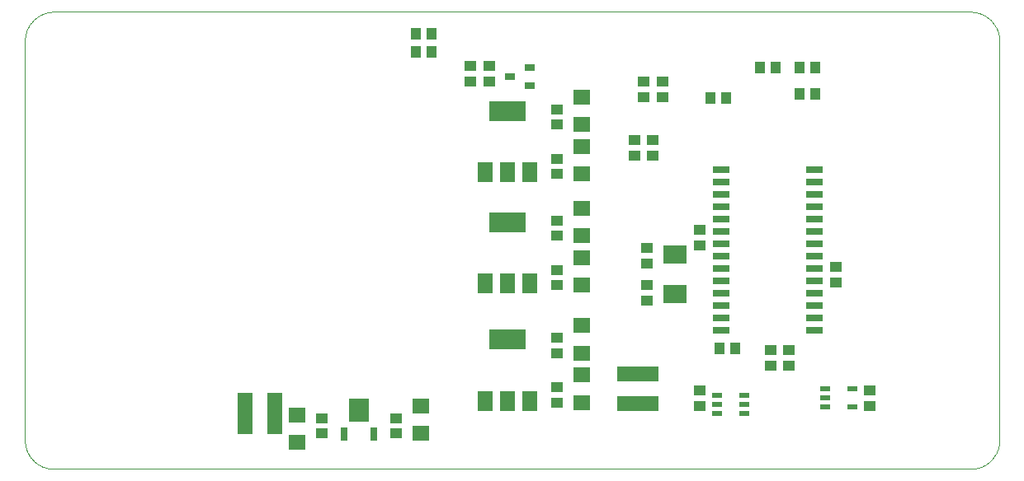
<source format=gtp>
G75*
%MOIN*%
%OFA0B0*%
%FSLAX25Y25*%
%IPPOS*%
%LPD*%
%AMOC8*
5,1,8,0,0,1.08239X$1,22.5*
%
%ADD10C,0.00394*%
%ADD11R,0.05118X0.04331*%
%ADD12R,0.04331X0.05118*%
%ADD13R,0.09449X0.07480*%
%ADD14R,0.04331X0.02362*%
%ADD15R,0.06693X0.02559*%
%ADD16R,0.03937X0.03150*%
%ADD17R,0.07874X0.09646*%
%ADD18R,0.03150X0.05512*%
%ADD19R,0.05906X0.07874*%
%ADD20R,0.14961X0.07874*%
%ADD21R,0.06299X0.16535*%
%ADD22R,0.16535X0.06299*%
%ADD23R,0.07087X0.06299*%
D10*
X0034249Y0022713D02*
X0404327Y0022713D01*
X0404612Y0022716D01*
X0404898Y0022727D01*
X0405183Y0022744D01*
X0405467Y0022768D01*
X0405751Y0022799D01*
X0406034Y0022837D01*
X0406315Y0022882D01*
X0406596Y0022933D01*
X0406876Y0022991D01*
X0407154Y0023056D01*
X0407430Y0023128D01*
X0407704Y0023206D01*
X0407977Y0023291D01*
X0408247Y0023383D01*
X0408515Y0023481D01*
X0408781Y0023585D01*
X0409044Y0023696D01*
X0409304Y0023813D01*
X0409562Y0023936D01*
X0409816Y0024066D01*
X0410067Y0024202D01*
X0410315Y0024343D01*
X0410559Y0024491D01*
X0410800Y0024644D01*
X0411036Y0024804D01*
X0411269Y0024969D01*
X0411498Y0025139D01*
X0411723Y0025315D01*
X0411943Y0025497D01*
X0412159Y0025683D01*
X0412370Y0025875D01*
X0412577Y0026072D01*
X0412779Y0026274D01*
X0412976Y0026481D01*
X0413168Y0026692D01*
X0413354Y0026908D01*
X0413536Y0027128D01*
X0413712Y0027353D01*
X0413882Y0027582D01*
X0414047Y0027815D01*
X0414207Y0028051D01*
X0414360Y0028292D01*
X0414508Y0028536D01*
X0414649Y0028784D01*
X0414785Y0029035D01*
X0414915Y0029289D01*
X0415038Y0029547D01*
X0415155Y0029807D01*
X0415266Y0030070D01*
X0415370Y0030336D01*
X0415468Y0030604D01*
X0415560Y0030874D01*
X0415645Y0031147D01*
X0415723Y0031421D01*
X0415795Y0031697D01*
X0415860Y0031975D01*
X0415918Y0032255D01*
X0415969Y0032536D01*
X0416014Y0032817D01*
X0416052Y0033100D01*
X0416083Y0033384D01*
X0416107Y0033668D01*
X0416124Y0033953D01*
X0416135Y0034239D01*
X0416138Y0034524D01*
X0416138Y0195941D01*
X0416135Y0196226D01*
X0416124Y0196512D01*
X0416107Y0196797D01*
X0416083Y0197081D01*
X0416052Y0197365D01*
X0416014Y0197648D01*
X0415969Y0197929D01*
X0415918Y0198210D01*
X0415860Y0198490D01*
X0415795Y0198768D01*
X0415723Y0199044D01*
X0415645Y0199318D01*
X0415560Y0199591D01*
X0415468Y0199861D01*
X0415370Y0200129D01*
X0415266Y0200395D01*
X0415155Y0200658D01*
X0415038Y0200918D01*
X0414915Y0201176D01*
X0414785Y0201430D01*
X0414649Y0201681D01*
X0414508Y0201929D01*
X0414360Y0202173D01*
X0414207Y0202414D01*
X0414047Y0202650D01*
X0413882Y0202883D01*
X0413712Y0203112D01*
X0413536Y0203337D01*
X0413354Y0203557D01*
X0413168Y0203773D01*
X0412976Y0203984D01*
X0412779Y0204191D01*
X0412577Y0204393D01*
X0412370Y0204590D01*
X0412159Y0204782D01*
X0411943Y0204968D01*
X0411723Y0205150D01*
X0411498Y0205326D01*
X0411269Y0205496D01*
X0411036Y0205661D01*
X0410800Y0205821D01*
X0410559Y0205974D01*
X0410315Y0206122D01*
X0410067Y0206263D01*
X0409816Y0206399D01*
X0409562Y0206529D01*
X0409304Y0206652D01*
X0409044Y0206769D01*
X0408781Y0206880D01*
X0408515Y0206984D01*
X0408247Y0207082D01*
X0407977Y0207174D01*
X0407704Y0207259D01*
X0407430Y0207337D01*
X0407154Y0207409D01*
X0406876Y0207474D01*
X0406596Y0207532D01*
X0406315Y0207583D01*
X0406034Y0207628D01*
X0405751Y0207666D01*
X0405467Y0207697D01*
X0405183Y0207721D01*
X0404898Y0207738D01*
X0404612Y0207749D01*
X0404327Y0207752D01*
X0034249Y0207752D01*
X0033964Y0207749D01*
X0033678Y0207738D01*
X0033393Y0207721D01*
X0033109Y0207697D01*
X0032825Y0207666D01*
X0032542Y0207628D01*
X0032261Y0207583D01*
X0031980Y0207532D01*
X0031700Y0207474D01*
X0031422Y0207409D01*
X0031146Y0207337D01*
X0030872Y0207259D01*
X0030599Y0207174D01*
X0030329Y0207082D01*
X0030061Y0206984D01*
X0029795Y0206880D01*
X0029532Y0206769D01*
X0029272Y0206652D01*
X0029014Y0206529D01*
X0028760Y0206399D01*
X0028509Y0206263D01*
X0028261Y0206122D01*
X0028017Y0205974D01*
X0027776Y0205821D01*
X0027540Y0205661D01*
X0027307Y0205496D01*
X0027078Y0205326D01*
X0026853Y0205150D01*
X0026633Y0204968D01*
X0026417Y0204782D01*
X0026206Y0204590D01*
X0025999Y0204393D01*
X0025797Y0204191D01*
X0025600Y0203984D01*
X0025408Y0203773D01*
X0025222Y0203557D01*
X0025040Y0203337D01*
X0024864Y0203112D01*
X0024694Y0202883D01*
X0024529Y0202650D01*
X0024369Y0202414D01*
X0024216Y0202173D01*
X0024068Y0201929D01*
X0023927Y0201681D01*
X0023791Y0201430D01*
X0023661Y0201176D01*
X0023538Y0200918D01*
X0023421Y0200658D01*
X0023310Y0200395D01*
X0023206Y0200129D01*
X0023108Y0199861D01*
X0023016Y0199591D01*
X0022931Y0199318D01*
X0022853Y0199044D01*
X0022781Y0198768D01*
X0022716Y0198490D01*
X0022658Y0198210D01*
X0022607Y0197929D01*
X0022562Y0197648D01*
X0022524Y0197365D01*
X0022493Y0197081D01*
X0022469Y0196797D01*
X0022452Y0196512D01*
X0022441Y0196226D01*
X0022438Y0195941D01*
X0022438Y0034524D01*
X0022441Y0034239D01*
X0022452Y0033953D01*
X0022469Y0033668D01*
X0022493Y0033384D01*
X0022524Y0033100D01*
X0022562Y0032817D01*
X0022607Y0032536D01*
X0022658Y0032255D01*
X0022716Y0031975D01*
X0022781Y0031697D01*
X0022853Y0031421D01*
X0022931Y0031147D01*
X0023016Y0030874D01*
X0023108Y0030604D01*
X0023206Y0030336D01*
X0023310Y0030070D01*
X0023421Y0029807D01*
X0023538Y0029547D01*
X0023661Y0029289D01*
X0023791Y0029035D01*
X0023927Y0028784D01*
X0024068Y0028536D01*
X0024216Y0028292D01*
X0024369Y0028051D01*
X0024529Y0027815D01*
X0024694Y0027582D01*
X0024864Y0027353D01*
X0025040Y0027128D01*
X0025222Y0026908D01*
X0025408Y0026692D01*
X0025600Y0026481D01*
X0025797Y0026274D01*
X0025999Y0026072D01*
X0026206Y0025875D01*
X0026417Y0025683D01*
X0026633Y0025497D01*
X0026853Y0025315D01*
X0027078Y0025139D01*
X0027307Y0024969D01*
X0027540Y0024804D01*
X0027776Y0024644D01*
X0028017Y0024491D01*
X0028261Y0024343D01*
X0028509Y0024202D01*
X0028760Y0024066D01*
X0029014Y0023936D01*
X0029272Y0023813D01*
X0029532Y0023696D01*
X0029795Y0023585D01*
X0030061Y0023481D01*
X0030329Y0023383D01*
X0030599Y0023291D01*
X0030872Y0023206D01*
X0031146Y0023128D01*
X0031422Y0023056D01*
X0031700Y0022991D01*
X0031980Y0022933D01*
X0032261Y0022882D01*
X0032542Y0022837D01*
X0032825Y0022799D01*
X0033109Y0022768D01*
X0033393Y0022744D01*
X0033678Y0022727D01*
X0033964Y0022716D01*
X0034249Y0022713D01*
D11*
X0142438Y0037063D03*
X0142438Y0043362D03*
X0172438Y0043362D03*
X0172438Y0037063D03*
X0237438Y0049563D03*
X0237438Y0055862D03*
X0237438Y0069563D03*
X0237438Y0075862D03*
X0273688Y0090813D03*
X0273688Y0097112D03*
X0273688Y0105813D03*
X0273688Y0112112D03*
X0294938Y0113313D03*
X0294938Y0119612D03*
X0349938Y0104612D03*
X0349938Y0098313D03*
X0331188Y0070862D03*
X0323688Y0070862D03*
X0323688Y0064563D03*
X0331188Y0064563D03*
X0363688Y0054612D03*
X0363688Y0048313D03*
X0294938Y0048313D03*
X0294938Y0054612D03*
X0237438Y0097063D03*
X0237438Y0103362D03*
X0237438Y0117063D03*
X0237438Y0123362D03*
X0237438Y0142063D03*
X0237438Y0148362D03*
X0237438Y0162063D03*
X0237438Y0168362D03*
X0209938Y0179563D03*
X0202438Y0179563D03*
X0202438Y0185862D03*
X0209938Y0185862D03*
X0272438Y0179612D03*
X0279938Y0179612D03*
X0279938Y0173313D03*
X0272438Y0173313D03*
X0276188Y0155862D03*
X0268688Y0155862D03*
X0268688Y0149563D03*
X0276188Y0149563D03*
D12*
X0299288Y0172713D03*
X0305587Y0172713D03*
X0319288Y0185213D03*
X0325587Y0185213D03*
X0335538Y0185213D03*
X0341837Y0185213D03*
X0341798Y0174474D03*
X0335499Y0174474D03*
X0186837Y0191463D03*
X0180538Y0191463D03*
X0180538Y0198963D03*
X0186837Y0198963D03*
X0303038Y0071463D03*
X0309337Y0071463D03*
D13*
X0284938Y0093392D03*
X0284938Y0109533D03*
D14*
X0345676Y0055203D03*
X0345676Y0051463D03*
X0345676Y0047722D03*
X0356699Y0047722D03*
X0356699Y0055203D03*
X0312949Y0052703D03*
X0312949Y0048963D03*
X0312949Y0045222D03*
X0301926Y0045222D03*
X0301926Y0048963D03*
X0301926Y0052703D03*
D15*
X0303619Y0078963D03*
X0303619Y0083963D03*
X0303619Y0088963D03*
X0303619Y0093963D03*
X0303619Y0098963D03*
X0303619Y0103963D03*
X0303619Y0108963D03*
X0303619Y0113963D03*
X0303619Y0118963D03*
X0303619Y0123963D03*
X0303619Y0128963D03*
X0303619Y0133963D03*
X0303619Y0138963D03*
X0303619Y0143963D03*
X0341257Y0143963D03*
X0341257Y0138963D03*
X0341257Y0133963D03*
X0341257Y0128963D03*
X0341257Y0123963D03*
X0341257Y0118963D03*
X0341257Y0113963D03*
X0341257Y0108963D03*
X0341257Y0103963D03*
X0341257Y0098963D03*
X0341257Y0093963D03*
X0341257Y0088963D03*
X0341257Y0083963D03*
X0341257Y0078963D03*
D16*
X0226375Y0177722D03*
X0218501Y0181463D03*
X0226375Y0185203D03*
D17*
X0157438Y0046453D03*
D18*
X0163339Y0036882D03*
X0151536Y0036882D03*
D19*
X0208383Y0050311D03*
X0217438Y0050311D03*
X0226493Y0050311D03*
X0226493Y0097811D03*
X0217438Y0097811D03*
X0208383Y0097811D03*
X0208383Y0142811D03*
X0217438Y0142811D03*
X0226493Y0142811D03*
D20*
X0217438Y0122614D03*
X0217438Y0167614D03*
X0217438Y0075114D03*
D21*
X0123343Y0045213D03*
X0111532Y0045213D03*
D22*
X0269938Y0049307D03*
X0269938Y0061118D03*
D23*
X0247438Y0060724D03*
X0247438Y0069701D03*
X0247438Y0080724D03*
X0247438Y0097201D03*
X0247438Y0108224D03*
X0247438Y0117201D03*
X0247438Y0128224D03*
X0247438Y0142201D03*
X0247438Y0153224D03*
X0247438Y0162201D03*
X0247438Y0173224D03*
X0247438Y0049701D03*
X0182438Y0048224D03*
X0182438Y0037201D03*
X0132438Y0033451D03*
X0132438Y0044474D03*
M02*

</source>
